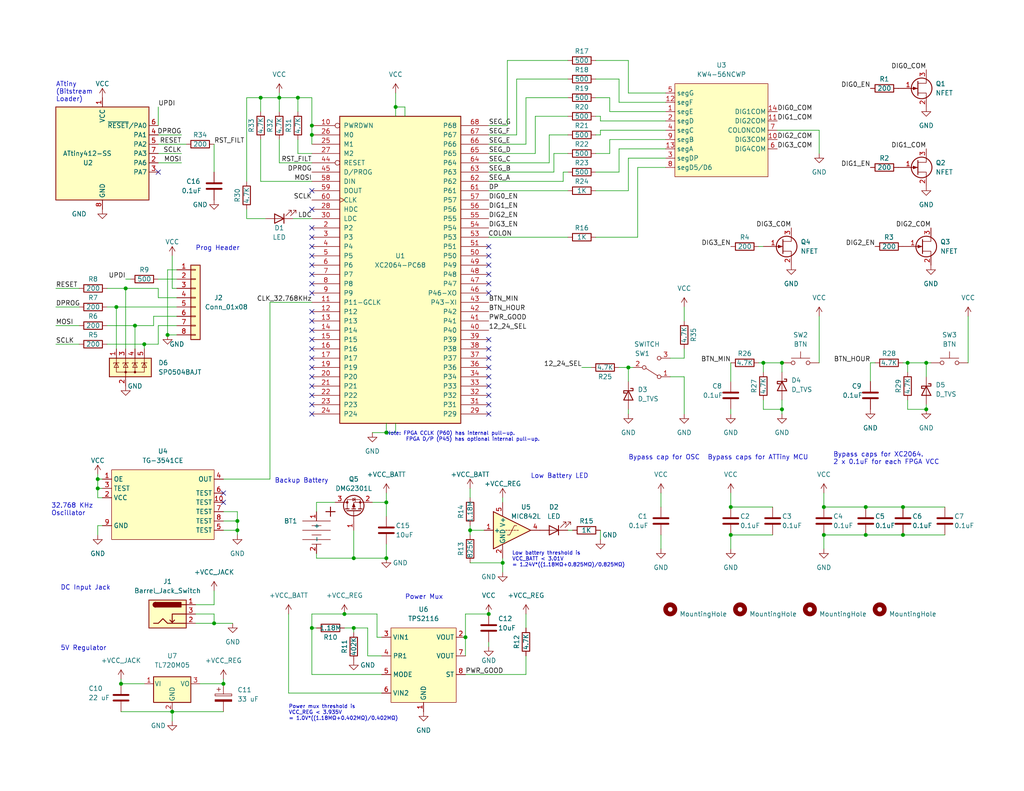
<source format=kicad_sch>
(kicad_sch (version 20211123) (generator eeschema)
  (paper "USLetter")
  (title_block (title "monke"))
  (junction (at 64.77 144.78))
  (junction (at 33.02 186.69))
  (junction (at 26.67 133.35))
  (junction (at 252.73 111.76))
  (junction (at 76.2 26.67))
  (junction (at 26.67 130.81))
  (junction (at 199.39 146.05))
  (junction (at 71.12 26.67))
  (junction (at 64.77 142.24))
  (junction (at 93.98 167.64))
  (junction (at 247.65 99.06))
  (junction (at 236.22 146.05))
  (junction (at 107.95 29.21))
  (junction (at 45.72 91.44))
  (junction (at 208.28 99.06))
  (junction (at 96.52 152.4))
  (junction (at 96.52 171.45))
  (junction (at 39.37 93.98))
  (junction (at 137.16 153.67))
  (junction (at 58.42 170.18))
  (junction (at 127 173.99))
  (junction (at 34.29 78.74))
  (junction (at 199.39 138.43))
  (junction (at 85.09 36.83))
  (junction (at 105.41 137.16))
  (junction (at 224.79 138.43))
  (junction (at 133.35 167.64))
  (junction (at 224.79 146.05))
  (junction (at 213.36 111.76))
  (junction (at 81.28 26.67))
  (junction (at 128.27 144.78))
  (junction (at 252.73 99.06))
  (junction (at 85.09 171.45))
  (junction (at 236.22 138.43))
  (junction (at 36.83 88.9))
  (junction (at 105.41 152.4))
  (junction (at 31.75 83.82))
  (junction (at 85.09 34.29))
  (junction (at 171.45 100.33))
  (junction (at 105.41 118.11))
  (junction (at 246.38 146.05))
  (junction (at 60.96 186.69))
  (junction (at 46.99 194.31))
  (junction (at 246.38 138.43))
  (junction (at 213.36 99.06))
  (no_connect (at 133.35 67.31))
  (no_connect (at 133.35 110.49))
  (no_connect (at 85.09 97.79))
  (no_connect (at 133.35 77.47))
  (no_connect (at 85.09 85.09))
  (no_connect (at 85.09 100.33))
  (no_connect (at 133.35 92.71))
  (no_connect (at 133.35 100.33))
  (no_connect (at 133.35 97.79))
  (no_connect (at 85.09 87.63))
  (no_connect (at 133.35 72.39))
  (no_connect (at 85.09 64.77))
  (no_connect (at 133.35 105.41))
  (no_connect (at 133.35 74.93))
  (no_connect (at 133.35 80.01))
  (no_connect (at 85.09 102.87))
  (no_connect (at 85.09 113.03))
  (no_connect (at 43.18 46.99))
  (no_connect (at 85.09 77.47))
  (no_connect (at 133.35 102.87))
  (no_connect (at 85.09 90.17))
  (no_connect (at 85.09 62.23))
  (no_connect (at 60.96 137.16))
  (no_connect (at 85.09 80.01))
  (no_connect (at 85.09 52.07))
  (no_connect (at 85.09 95.25))
  (no_connect (at 85.09 67.31))
  (no_connect (at 60.96 134.62))
  (no_connect (at 133.35 113.03))
  (no_connect (at 85.09 110.49))
  (no_connect (at 133.35 95.25))
  (no_connect (at 85.09 57.15))
  (no_connect (at 85.09 92.71))
  (no_connect (at 85.09 72.39))
  (no_connect (at 133.35 107.95))
  (no_connect (at 133.35 69.85))
  (no_connect (at 85.09 105.41))
  (no_connect (at 85.09 74.93))
  (no_connect (at 85.09 107.95))
  (no_connect (at 85.09 69.85))
  (wire (pts (xy 86.36 151.13) (xy 86.36 152.4)))
  (wire (pts (xy 105.41 118.11) (xy 107.95 118.11)))
  (wire (pts (xy 171.45 43.18) (xy 181.61 43.18)))
  (wire (pts (xy 168.91 27.94) (xy 181.61 27.94)))
  (wire (pts (xy 85.09 184.15) (xy 104.14 184.15)))
  (wire (pts (xy 34.29 76.2) (xy 35.56 76.2)))
  (wire (pts (xy 173.99 64.77) (xy 173.99 45.72)))
  (wire (pts (xy 168.91 100.33) (xy 171.45 100.33)))
  (wire (pts (xy 162.56 16.51) (xy 171.45 16.51)))
  (wire (pts (xy 199.39 134.62) (xy 199.39 138.43)))
  (wire (pts (xy 166.37 38.1) (xy 181.61 38.1)))
  (wire (pts (xy 46.99 194.31) (xy 60.96 194.31)))
  (wire (pts (xy 105.41 118.11) (xy 101.6 118.11)))
  (wire (pts (xy 210.82 138.43) (xy 199.39 138.43)))
  (wire (pts (xy 182.88 97.79) (xy 186.69 97.79)))
  (wire (pts (xy 46.99 196.85) (xy 46.99 194.31)))
  (wire (pts (xy 151.13 46.99) (xy 151.13 41.91)))
  (wire (pts (xy 107.95 118.11) (xy 107.95 115.57)))
  (wire (pts (xy 26.67 133.35) (xy 26.67 135.89)))
  (wire (pts (xy 223.52 86.36) (xy 223.52 99.06)))
  (wire (pts (xy 173.99 45.72) (xy 181.61 45.72)))
  (wire (pts (xy 162.56 52.07) (xy 171.45 52.07)))
  (wire (pts (xy 208.28 99.06) (xy 213.36 99.06)))
  (wire (pts (xy 162.56 41.91) (xy 166.37 41.91)))
  (wire (pts (xy 78.74 189.23) (xy 104.14 189.23)))
  (wire (pts (xy 86.36 137.16) (xy 86.36 139.7)))
  (wire (pts (xy 213.36 113.03) (xy 213.36 111.76)))
  (wire (pts (xy 128.27 144.78) (xy 128.27 146.05)))
  (wire (pts (xy 180.34 146.05) (xy 180.34 149.86)))
  (wire (pts (xy 171.45 111.76) (xy 171.45 113.03)))
  (wire (pts (xy 49.53 36.83) (xy 43.18 36.83)))
  (wire (pts (xy 76.2 25.4) (xy 76.2 26.67)))
  (wire (pts (xy 213.36 109.22) (xy 213.36 111.76)))
  (wire (pts (xy 54.61 186.69) (xy 60.96 186.69)))
  (wire (pts (xy 34.29 78.74) (xy 34.29 95.25)))
  (wire (pts (xy 140.97 36.83) (xy 140.97 21.59)))
  (wire (pts (xy 137.16 135.89) (xy 137.16 137.16)))
  (wire (pts (xy 162.56 26.67) (xy 166.37 26.67)))
  (wire (pts (xy 149.86 44.45) (xy 149.86 36.83)))
  (wire (pts (xy 60.96 144.78) (xy 64.77 144.78)))
  (wire (pts (xy 96.52 144.78) (xy 96.52 152.4)))
  (wire (pts (xy 186.69 83.82) (xy 186.69 87.63)))
  (wire (pts (xy 127 173.99) (xy 127 179.07)))
  (wire (pts (xy 60.96 130.81) (xy 73.66 130.81)))
  (wire (pts (xy 237.49 104.14) (xy 237.49 99.06)))
  (wire (pts (xy 151.13 41.91) (xy 154.94 41.91)))
  (wire (pts (xy 107.95 29.21) (xy 110.49 29.21)))
  (wire (pts (xy 163.83 144.78) (xy 163.83 147.32)))
  (wire (pts (xy 168.91 21.59) (xy 168.91 27.94)))
  (wire (pts (xy 199.39 113.03) (xy 199.39 111.76)))
  (wire (pts (xy 146.05 31.75) (xy 154.94 31.75)))
  (wire (pts (xy 85.09 167.64) (xy 85.09 171.45)))
  (wire (pts (xy 39.37 93.98) (xy 43.18 93.98)))
  (wire (pts (xy 128.27 144.78) (xy 132.08 144.78)))
  (wire (pts (xy 166.37 30.48) (xy 181.61 30.48)))
  (wire (pts (xy 207.01 99.06) (xy 208.28 99.06)))
  (wire (pts (xy 133.35 176.53) (xy 133.35 175.26)))
  (wire (pts (xy 186.69 102.87) (xy 186.69 113.03)))
  (wire (pts (xy 43.18 81.28) (xy 48.26 81.28)))
  (wire (pts (xy 73.66 82.55) (xy 85.09 82.55)))
  (wire (pts (xy 246.38 138.43) (xy 257.81 138.43)))
  (wire (pts (xy 81.28 26.67) (xy 81.28 30.48)))
  (wire (pts (xy 53.34 165.1) (xy 58.42 165.1)))
  (wire (pts (xy 105.41 137.16) (xy 105.41 140.97)))
  (wire (pts (xy 29.21 83.82) (xy 31.75 83.82)))
  (wire (pts (xy 85.09 167.64) (xy 93.98 167.64)))
  (wire (pts (xy 171.45 16.51) (xy 171.45 25.4)))
  (wire (pts (xy 133.35 49.53) (xy 153.67 49.53)))
  (wire (pts (xy 208.28 111.76) (xy 213.36 111.76)))
  (wire (pts (xy 107.95 29.21) (xy 107.95 31.75)))
  (wire (pts (xy 133.35 44.45) (xy 149.86 44.45)))
  (wire (pts (xy 85.09 26.67) (xy 85.09 34.29)))
  (wire (pts (xy 133.35 46.99) (xy 151.13 46.99)))
  (wire (pts (xy 105.41 134.62) (xy 105.41 137.16)))
  (wire (pts (xy 80.01 59.69) (xy 85.09 59.69)))
  (wire (pts (xy 208.28 67.31) (xy 207.01 67.31)))
  (wire (pts (xy 46.99 69.85) (xy 46.99 78.74)))
  (wire (pts (xy 180.34 134.62) (xy 180.34 138.43)))
  (wire (pts (xy 64.77 139.7) (xy 64.77 142.24)))
  (wire (pts (xy 171.45 25.4) (xy 181.61 25.4)))
  (wire (pts (xy 110.49 29.21) (xy 110.49 31.75)))
  (wire (pts (xy 58.42 167.64) (xy 58.42 170.18)))
  (wire (pts (xy 64.77 144.78) (xy 64.77 146.05)))
  (wire (pts (xy 138.43 16.51) (xy 154.94 16.51)))
  (wire (pts (xy 86.36 171.45) (xy 85.09 171.45)))
  (wire (pts (xy 15.24 93.98) (xy 21.59 93.98)))
  (wire (pts (xy 186.69 95.25) (xy 186.69 97.79)))
  (wire (pts (xy 247.65 99.06) (xy 247.65 101.6)))
  (wire (pts (xy 64.77 142.24) (xy 64.77 144.78)))
  (wire (pts (xy 29.21 78.74) (xy 34.29 78.74)))
  (wire (pts (xy 223.52 35.56) (xy 223.52 41.91)))
  (wire (pts (xy 67.31 26.67) (xy 71.12 26.67)))
  (wire (pts (xy 162.56 46.99) (xy 168.91 46.99)))
  (wire (pts (xy 137.16 153.67) (xy 137.16 152.4)))
  (wire (pts (xy 252.73 102.87) (xy 252.73 99.06)))
  (wire (pts (xy 128.27 153.67) (xy 137.16 153.67)))
  (wire (pts (xy 71.12 26.67) (xy 76.2 26.67)))
  (wire (pts (xy 96.52 172.72) (xy 96.52 171.45)))
  (wire (pts (xy 168.91 40.64) (xy 181.61 40.64)))
  (wire (pts (xy 212.09 35.56) (xy 223.52 35.56)))
  (wire (pts (xy 210.82 146.05) (xy 199.39 146.05)))
  (wire (pts (xy 163.83 31.75) (xy 163.83 33.02)))
  (wire (pts (xy 140.97 21.59) (xy 154.94 21.59)))
  (wire (pts (xy 76.2 38.1) (xy 76.2 44.45)))
  (wire (pts (xy 246.38 99.06) (xy 247.65 99.06)))
  (wire (pts (xy 67.31 57.15) (xy 67.31 59.69)))
  (wire (pts (xy 171.45 52.07) (xy 171.45 43.18)))
  (wire (pts (xy 43.18 29.21) (xy 43.18 34.29)))
  (wire (pts (xy 100.33 179.07) (xy 104.14 179.07)))
  (wire (pts (xy 15.24 78.74) (xy 21.59 78.74)))
  (wire (pts (xy 81.28 26.67) (xy 85.09 26.67)))
  (wire (pts (xy 71.12 49.53) (xy 85.09 49.53)))
  (wire (pts (xy 31.75 83.82) (xy 48.26 83.82)))
  (wire (pts (xy 29.21 88.9) (xy 36.83 88.9)))
  (wire (pts (xy 236.22 138.43) (xy 246.38 138.43)))
  (wire (pts (xy 26.67 133.35) (xy 27.94 133.35)))
  (wire (pts (xy 78.74 167.64) (xy 78.74 189.23)))
  (wire (pts (xy 182.88 102.87) (xy 186.69 102.87)))
  (wire (pts (xy 26.67 130.81) (xy 26.67 133.35)))
  (wire (pts (xy 45.72 73.66) (xy 45.72 91.44)))
  (wire (pts (xy 247.65 109.22) (xy 247.65 111.76)))
  (wire (pts (xy 41.91 86.36) (xy 48.26 86.36)))
  (wire (pts (xy 247.65 99.06) (xy 252.73 99.06)))
  (wire (pts (xy 36.83 88.9) (xy 36.83 95.25)))
  (wire (pts (xy 33.02 185.42) (xy 33.02 186.69)))
  (wire (pts (xy 162.56 21.59) (xy 168.91 21.59)))
  (wire (pts (xy 133.35 41.91) (xy 146.05 41.91)))
  (wire (pts (xy 100.33 179.07) (xy 100.33 171.45)))
  (wire (pts (xy 81.28 41.91) (xy 85.09 41.91)))
  (wire (pts (xy 208.28 99.06) (xy 208.28 101.6)))
  (wire (pts (xy 127 167.64) (xy 133.35 167.64)))
  (wire (pts (xy 138.43 34.29) (xy 138.43 16.51)))
  (wire (pts (xy 60.96 185.42) (xy 60.96 186.69)))
  (wire (pts (xy 33.02 186.69) (xy 39.37 186.69)))
  (wire (pts (xy 171.45 100.33) (xy 171.45 104.14)))
  (wire (pts (xy 128.27 143.51) (xy 128.27 144.78)))
  (wire (pts (xy 208.28 109.22) (xy 208.28 111.76)))
  (wire (pts (xy 127 167.64) (xy 127 173.99)))
  (wire (pts (xy 146.05 41.91) (xy 146.05 31.75)))
  (wire (pts (xy 63.5 170.18) (xy 58.42 170.18)))
  (wire (pts (xy 33.02 194.31) (xy 46.99 194.31)))
  (wire (pts (xy 76.2 26.67) (xy 81.28 26.67)))
  (wire (pts (xy 133.35 34.29) (xy 138.43 34.29)))
  (wire (pts (xy 29.21 93.98) (xy 39.37 93.98)))
  (wire (pts (xy 143.51 184.15) (xy 143.51 179.07)))
  (wire (pts (xy 143.51 39.37) (xy 143.51 26.67)))
  (wire (pts (xy 224.79 146.05) (xy 236.22 146.05)))
  (wire (pts (xy 26.67 129.54) (xy 26.67 130.81)))
  (wire (pts (xy 71.12 38.1) (xy 71.12 49.53)))
  (wire (pts (xy 101.6 137.16) (xy 105.41 137.16)))
  (wire (pts (xy 43.18 76.2) (xy 48.26 76.2)))
  (wire (pts (xy 162.56 31.75) (xy 163.83 31.75)))
  (wire (pts (xy 58.42 161.29) (xy 58.42 165.1)))
  (wire (pts (xy 252.73 110.49) (xy 252.73 111.76)))
  (wire (pts (xy 67.31 26.67) (xy 67.31 49.53)))
  (wire (pts (xy 213.36 99.06) (xy 213.36 101.6)))
  (wire (pts (xy 166.37 41.91) (xy 166.37 38.1)))
  (wire (pts (xy 158.75 100.33) (xy 161.29 100.33)))
  (wire (pts (xy 143.51 26.67) (xy 154.94 26.67)))
  (wire (pts (xy 26.67 130.81) (xy 27.94 130.81)))
  (wire (pts (xy 48.26 78.74) (xy 46.99 78.74)))
  (wire (pts (xy 34.29 78.74) (xy 43.18 78.74)))
  (wire (pts (xy 133.35 39.37) (xy 143.51 39.37)))
  (wire (pts (xy 96.52 152.4) (xy 105.41 152.4)))
  (wire (pts (xy 133.35 52.07) (xy 154.94 52.07)))
  (wire (pts (xy 154.94 144.78) (xy 156.21 144.78)))
  (wire (pts (xy 60.96 142.24) (xy 64.77 142.24)))
  (wire (pts (xy 153.67 49.53) (xy 153.67 46.99)))
  (wire (pts (xy 224.79 146.05) (xy 224.79 149.86)))
  (wire (pts (xy 153.67 46.99) (xy 154.94 46.99)))
  (wire (pts (xy 49.53 44.45) (xy 43.18 44.45)))
  (wire (pts (xy 102.87 173.99) (xy 102.87 167.64)))
  (wire (pts (xy 39.37 93.98) (xy 39.37 95.25)))
  (wire (pts (xy 107.95 25.4) (xy 107.95 29.21)))
  (wire (pts (xy 246.38 146.05) (xy 257.81 146.05)))
  (wire (pts (xy 128.27 133.35) (xy 128.27 135.89)))
  (wire (pts (xy 73.66 82.55) (xy 73.66 130.81)))
  (wire (pts (xy 81.28 38.1) (xy 81.28 41.91)))
  (wire (pts (xy 15.24 83.82) (xy 21.59 83.82)))
  (wire (pts (xy 85.09 34.29) (xy 85.09 36.83)))
  (wire (pts (xy 48.26 73.66) (xy 45.72 73.66)))
  (wire (pts (xy 71.12 26.67) (xy 71.12 30.48)))
  (wire (pts (xy 15.24 88.9) (xy 21.59 88.9)))
  (wire (pts (xy 45.72 91.44) (xy 48.26 91.44)))
  (wire (pts (xy 102.87 173.99) (xy 104.14 173.99)))
  (wire (pts (xy 162.56 64.77) (xy 173.99 64.77)))
  (wire (pts (xy 163.83 36.83) (xy 163.83 35.56)))
  (wire (pts (xy 26.67 135.89) (xy 27.94 135.89)))
  (wire (pts (xy 171.45 100.33) (xy 172.72 100.33)))
  (wire (pts (xy 76.2 26.67) (xy 76.2 30.48)))
  (wire (pts (xy 252.73 99.06) (xy 254 99.06)))
  (wire (pts (xy 137.16 156.21) (xy 137.16 153.67)))
  (wire (pts (xy 58.42 39.37) (xy 58.42 46.99)))
  (wire (pts (xy 166.37 26.67) (xy 166.37 30.48)))
  (wire (pts (xy 102.87 167.64) (xy 93.98 167.64)))
  (wire (pts (xy 100.33 171.45) (xy 96.52 171.45)))
  (wire (pts (xy 67.31 59.69) (xy 72.39 59.69)))
  (wire (pts (xy 149.86 36.83) (xy 154.94 36.83)))
  (wire (pts (xy 127 184.15) (xy 143.51 184.15)))
  (wire (pts (xy 224.79 134.62) (xy 224.79 138.43)))
  (wire (pts (xy 26.67 143.51) (xy 27.94 143.51)))
  (wire (pts (xy 199.39 146.05) (xy 199.39 149.86)))
  (wire (pts (xy 53.34 167.64) (xy 58.42 167.64)))
  (wire (pts (xy 237.49 99.06) (xy 238.76 99.06)))
  (wire (pts (xy 31.75 83.82) (xy 31.75 95.25)))
  (wire (pts (xy 163.83 33.02) (xy 181.61 33.02)))
  (wire (pts (xy 199.39 99.06) (xy 199.39 104.14)))
  (wire (pts (xy 26.67 143.51) (xy 26.67 146.05)))
  (wire (pts (xy 105.41 152.4) (xy 105.41 148.59)))
  (wire (pts (xy 162.56 36.83) (xy 163.83 36.83)))
  (wire (pts (xy 60.96 139.7) (xy 64.77 139.7)))
  (wire (pts (xy 41.91 88.9) (xy 41.91 86.36)))
  (wire (pts (xy 85.09 36.83) (xy 85.09 39.37)))
  (wire (pts (xy 133.35 36.83) (xy 140.97 36.83)))
  (wire (pts (xy 43.18 88.9) (xy 48.26 88.9)))
  (wire (pts (xy 36.83 88.9) (xy 41.91 88.9)))
  (wire (pts (xy 93.98 171.45) (xy 96.52 171.45)))
  (wire (pts (xy 43.18 78.74) (xy 43.18 81.28)))
  (wire (pts (xy 247.65 111.76) (xy 252.73 111.76)))
  (wire (pts (xy 50.8 39.37) (xy 43.18 39.37)))
  (wire (pts (xy 76.2 44.45) (xy 85.09 44.45)))
  (wire (pts (xy 143.51 167.64) (xy 143.51 171.45)))
  (wire (pts (xy 224.79 138.43) (xy 236.22 138.43)))
  (wire (pts (xy 86.36 152.4) (xy 96.52 152.4)))
  (wire (pts (xy 133.35 64.77) (xy 154.94 64.77)))
  (wire (pts (xy 163.83 35.56) (xy 181.61 35.56)))
  (wire (pts (xy 49.53 41.91) (xy 43.18 41.91)))
  (wire (pts (xy 43.18 93.98) (xy 43.18 88.9)))
  (wire (pts (xy 236.22 146.05) (xy 246.38 146.05)))
  (wire (pts (xy 264.16 86.36) (xy 264.16 99.06)))
  (wire (pts (xy 53.34 170.18) (xy 58.42 170.18)))
  (wire (pts (xy 105.41 115.57) (xy 105.41 118.11)))
  (wire (pts (xy 85.09 171.45) (xy 85.09 184.15)))
  (wire (pts (xy 86.36 137.16) (xy 91.44 137.16)))
  (wire (pts (xy 168.91 46.99) (xy 168.91 40.64)))
  (text "Bypass caps for XC2064.\n2 x 0.1uF for each FPGA VCC" (at 227.33 127 0) (effects (font (size 1.27 1.27)) (justify left bottom)))
  (text "DC Input Jack" (at 16.51 161.29 0) (effects (font (size 1.27 1.27)) (justify left bottom)))
  (text "Power Mux" (at 110.49 163.83 0) (effects (font (size 1.27 1.27)) (justify left bottom)))
  (text "Note: FPGA CCLK (P60) has internal pull-up. \n	  FPGA D/P (P45) has optional internal pull-up." (at 105.41 120.65 0) (effects (font (size 1 1)) (justify left bottom)))
  (text "Bypass caps for ATTiny MCU" (at 193.04 125.73 0) (effects (font (size 1.27 1.27)) (justify left bottom)))
  (text "Power mux threshold is \nVCC_REG < 3.935V \n= 1.0V*((1.18MΩ+0.402MΩ)/0.402MΩ)" (at 78.74 196.85 0) (effects (font (size 1 1)) (justify left bottom)))
  (text "ATtiny \n(Bitstream \nLoader)" (at 15.24 27.94 0) (effects (font (size 1.27 1.27)) (justify left bottom)))
  (text "Backup Battery" (at 74.93 132.08 0) (effects (font (size 1.27 1.27)) (justify left bottom)))
  (text "5V Regulator" (at 16.51 177.8 0) (effects (font (size 1.27 1.27)) (justify left bottom)))
  (text "Low Battery LED" (at 144.78 130.81 0) (effects (font (size 1.27 1.27)) (justify left bottom)))
  (text "Prog Header\n" (at 53.34 68.58 0) (effects (font (size 1.27 1.27)) (justify left bottom)))
  (text "Low battery threshold is\nVCC_BATT < 3.01V \n= 1.24V*((1.18MΩ+0.825MΩ)/0.825MΩ)" (at 139.7 154.94 0) (effects (font (size 1 1)) (justify left bottom)))
  (text "Bypass cap for OSC" (at 171.45 125.73 0) (effects (font (size 1.27 1.27)) (justify left bottom)))
  (text "32.768 KHz\nOscillator" (at 13.97 140.97 0) (effects (font (size 1.27 1.27)) (justify left bottom)))
  (label "DIG3_EN" (at 199.39 67.31 180))
  (label "SCLK" (at 85.09 54.61 180))
  (label "PWR_GOOD" (at 127 184.15 0))
  (label "UPDI" (at 43.18 29.21 0))
  (label "DIG1_EN" (at 133.35 57.15 0))
  (label "SEG_G" (at 133.35 34.29 0))
  (label "DIG2_EN" (at 238.76 67.31 180))
  (label "UPDI" (at 34.29 76.2 180))
  (label "RESET" (at 15.24 78.74 0))
  (label "DIG1_COM" (at 212.09 33.02 0))
  (label "CLK_32.768KHz" (at 85.09 82.55 180))
  (label "RST_FILT" (at 64.77 -7.62 90))
  (label "SEG_E" (at 133.35 39.37 0))
  (label "BTN_MIN" (at 133.35 82.55 0))
  (label "COLON" (at 139.7 64.77 180))
  (label "DPROG" (at 85.09 46.99 180))
  (label "DPROG" (at 15.24 83.82 0))
  (label "DPROG" (at 49.53 36.83 180))
  (label "DIG2_COM" (at 254 62.23 180))
  (label "DIG0_EN" (at 133.35 54.61 0))
  (label "RST_FILT" (at 85.09 44.45 180))
  (label "PWR_GOOD" (at 133.35 87.63 0))
  (label "SCLK" (at 15.24 93.98 0))
  (label "BTN_HOUR" (at 237.49 99.06 180))
  (label "LDC" (at 85.09 59.69 180))
  (label "12_24_SEL" (at 158.75 100.33 180))
  (label "BTN_MIN" (at 199.39 99.06 180))
  (label "MOSI" (at 15.24 88.9 0))
  (label "SEG_B" (at 133.35 46.99 0))
  (label "DIG3_COM" (at 215.9 62.23 180))
  (label "DIG1_EN" (at 237.49 45.72 180))
  (label "SCLK" (at 49.53 41.91 180))
  (label "DIG3_COM" (at 212.09 40.64 0))
  (label "DIG0_COM" (at 252.73 19.05 180))
  (label "MOSI" (at 49.53 44.45 180))
  (label "DP" (at 133.35 52.07 0))
  (label "RST_FILT" (at 58.42 39.37 0))
  (label "SEG_D" (at 133.35 41.91 0))
  (label "DIG0_EN" (at 237.49 24.13 180))
  (label "DIG3_EN" (at 133.35 62.23 0))
  (label "DIG2_COM" (at 212.09 38.1 0))
  (label "BTN_HOUR" (at 133.35 85.09 0))
  (label "SEG_C" (at 133.35 44.45 0))
  (label "DIG2_EN" (at 133.35 59.69 0))
  (label "SEG_F" (at 133.35 36.83 0))
  (label "RESET" (at 49.53 39.37 180))
  (label "12_24_SEL" (at 133.35 90.17 0))
  (label "DIG0_COM" (at 212.09 30.48 0))
  (label "MOSI" (at 85.09 49.53 180))
  (label "SEG_A" (at 133.35 49.53 0))
  (label "DIG1_COM" (at 252.73 40.64 180))
  (symbol (lib_name "+VCC_BATT_2") (lib_id "excelsior:+VCC_BATT") (at 105.41 134.62 0) (unit 1)
    (property "Reference" "#PWR0132" (effects hide))
    (property "Value" "+VCC_BATT" (at 105.41 129.54 0))
  )
  (symbol (lib_id "Switch:SW_SPDT") (at 177.8 100.33 0) (mirror x) (unit 1)
    (property "Reference" "SW1" (at 175.26 96.52 0))
    (property "Value" "SWITCH" (at 176.53 93.98 0))
    (property "Footprint" "Button_Switch_THT:SW_CuK_OS102011MA1QN1_SPDT_Angled" (effects hide))
  )
  (symbol (lib_id "power:VCC") (at 224.79 134.62 0) (unit 1)
    (property "Reference" "#PWR0143" (effects hide))
    (property "Value" "VCC" (at 224.79 129.54 0))
  )
  (symbol (lib_id "Device:C_Polarized") (at 60.96 190.5 0) (unit 1)
    (property "Reference" "C11" (at 64.77 188.3409 0) (effects (justify left)))
    (property "Value" "33 uF" (at 64.77 190.8809 0) (effects (justify left)))
    (property "Footprint" "Capacitor_Tantalum_SMD:CP_EIA-3528-21_Kemet-B_Pad1.50x2.35mm_HandSolder" (effects hide))
  )
  (symbol (lib_id "power:VCC") (at 27.94 26.67 0) (unit 1)
    (property "Reference" "#PWR0108" (effects hide))
    (property "Value" "VCC" (at 27.94 22.86 0))
  )
  (symbol (lib_id "power:VCC") (at 46.99 69.85 0) (unit 1)
    (property "Reference" "#PWR0106" (effects hide))
    (property "Value" "VCC" (at 46.99 66.04 0))
  )
  (symbol (lib_id "Mechanical:MountingHole") (at 201.93 166.37 0) (unit 1)
    (property "Reference" "H2" (effects hide))
    (property "Value" "MountingHole" (at 204.47 167.6399 0) (effects (justify left)))
    (property "Footprint" "MountingHole:MountingHole_3mm_Pad" (effects hide))
  )
  (symbol (lib_id "Device:R") (at 67.31 53.34 0) (unit 1)
    (property "Reference" "R30" (at 64.77 53.34 90))
    (property "Value" "4.7K" (at 67.31 53.34 90))
    (property "Footprint" "Resistor_SMD:R_0603_1608Metric_Pad0.98x0.95mm_HandSolder" (effects hide))
  )
  (symbol (lib_id "power:GND") (at 101.6 118.11 0) (unit 1)
    (property "Reference" "#PWR0104" (effects hide))
    (property "Value" "GND" (at 101.6 123.19 0))
  )
  (symbol (lib_id "power:GND") (at 186.69 113.03 0) (unit 1)
    (property "Reference" "#PWR0124" (effects hide))
    (property "Value" "GND" (at 186.69 118.11 0))
  )
  (symbol (lib_id "Device:R") (at 158.75 52.07 270) (unit 1)
    (property "Reference" "R24" (at 158.75 49.53 90))
    (property "Value" "1K" (at 158.75 52.07 90))
    (property "Footprint" "Resistor_SMD:R_0603_1608Metric_Pad0.98x0.95mm_HandSolder" (effects hide))
  )
  (symbol (lib_id "Device:R") (at 203.2 67.31 270) (unit 1)
    (property "Reference" "R4" (at 203.2 64.77 90))
    (property "Value" "200" (at 203.2 67.31 90))
    (property "Footprint" "Resistor_SMD:R_0603_1608Metric_Pad0.98x0.95mm_HandSolder" (effects hide))
  )
  (symbol (lib_id "power:GND") (at 46.99 196.85 0) (unit 1)
    (property "Reference" "#PWR0119" (effects hide))
    (property "Value" "GND" (at 43.18 198.12 0))
  )
  (symbol (lib_id "power:GND") (at 27.94 57.15 0) (unit 1)
    (property "Reference" "#PWR0111" (effects hide))
    (property "Value" "GND" (at 21.59 58.42 0))
  )
  (symbol (lib_id "Device:C") (at 199.39 142.24 0) (unit 1)
    (property "Reference" "C2" (at 201.93 140.97 0) (effects (justify left)))
    (property "Value" "0.1uF" (at 201.93 143.51 0) (effects (justify left)))
    (property "Footprint" "Capacitor_SMD:C_0603_1608Metric_Pad1.08x0.95mm_HandSolder" (effects hide))
  )
  (symbol (lib_id "Device:R") (at 54.61 39.37 270) (unit 1)
    (property "Reference" "R34" (at 54.61 36.83 90))
    (property "Value" "200" (at 54.61 39.37 90))
    (property "Footprint" "Resistor_SMD:R_0603_1608Metric_Pad0.98x0.95mm_HandSolder" (effects hide))
  )
  (symbol (lib_id "power:GND") (at 213.36 113.03 0) (unit 1)
    (property "Reference" "#PWR0152" (effects hide))
    (property "Value" "GND" (at 213.36 118.11 0))
  )
  (symbol (lib_id "Device:R") (at 25.4 83.82 90) (unit 1)
    (property "Reference" "R7" (at 25.4 81.28 90))
    (property "Value" "200" (at 25.4 83.82 90))
    (property "Footprint" "Resistor_SMD:R_0603_1608Metric_Pad0.98x0.95mm_HandSolder" (effects hide))
  )
  (symbol (lib_id "Device:R") (at 158.75 41.91 270) (unit 1)
    (property "Reference" "R22" (at 158.75 39.37 90))
    (property "Value" "500" (at 158.75 41.91 90))
    (property "Footprint" "Resistor_SMD:R_0603_1608Metric_Pad0.98x0.95mm_HandSolder" (effects hide))
  )
  (symbol (lib_id "power:VCC") (at 76.2 25.4 0) (unit 1)
    (property "Reference" "#PWR0101" (effects hide))
    (property "Value" "VCC" (at 76.2 20.32 0))
  )
  (symbol (lib_id "Device:R") (at 158.75 21.59 270) (unit 1)
    (property "Reference" "R18" (at 158.75 19.05 90))
    (property "Value" "500" (at 158.75 21.59 90))
    (property "Footprint" "Resistor_SMD:R_0603_1608Metric_Pad0.98x0.95mm_HandSolder" (effects hide))
  )
  (symbol (lib_id "Device:R") (at 25.4 88.9 90) (unit 1)
    (property "Reference" "R6" (at 25.4 86.36 90))
    (property "Value" "200" (at 25.4 88.9 90))
    (property "Footprint" "Resistor_SMD:R_0603_1608Metric_Pad0.98x0.95mm_HandSolder" (effects hide))
  )
  (symbol (lib_id "Device:R") (at 242.57 99.06 270) (unit 1)
    (property "Reference" "R28" (at 242.57 96.52 90))
    (property "Value" "4.7K" (at 242.57 99.06 90))
    (property "Footprint" "Resistor_SMD:R_0603_1608Metric_Pad0.98x0.95mm_HandSolder" (effects hide))
  )
  (symbol (lib_id "Device:C") (at 237.49 107.95 0) (unit 1)
    (property "Reference" "C9" (at 232.41 105.41 0) (effects (justify left)))
    (property "Value" "0.1uF" (at 229.87 107.95 0) (effects (justify left)))
    (property "Footprint" "Capacitor_SMD:C_0603_1608Metric_Pad1.08x0.95mm_HandSolder" (effects hide))
  )
  (symbol (lib_id "power:GND") (at 252.73 29.21 0) (unit 1)
    (property "Reference" "#PWR0127" (effects hide))
    (property "Value" "GND" (at 252.73 34.29 0))
  )
  (symbol (lib_id "power:GND") (at 180.34 149.86 0) (unit 1)
    (property "Reference" "#PWR0116" (effects hide))
    (property "Value" "GND" (at 180.34 154.94 0))
  )
  (symbol (lib_id "Connector_Generic:Conn_01x08") (at 53.34 81.28 0) (unit 1)
    (property "Reference" "J2" (at 58.42 81.28 0) (effects (justify left)))
    (property "Value" "Conn_01x08" (at 55.88 83.82 0) (effects (justify left)))
    (property "Footprint" "Excelsior:PinHeader_1x08_P2.54mm_Vertical" (effects hide))
  )
  (symbol (lib_id "power:GND") (at 64.77 146.05 0) (unit 1)
    (property "Reference" "#PWR0103" (effects hide))
    (property "Value" "GND" (at 64.77 151.13 0))
  )
  (symbol (lib_id "Device:C") (at 33.02 190.5 0) (unit 1)
    (property "Reference" "C10" (at 24.13 187.96 0) (effects (justify left)))
    (property "Value" "22 uF" (at 24.13 190.5 0) (effects (justify left)))
    (property "Footprint" "Capacitor_SMD:C_1206_3216Metric_Pad1.33x1.80mm_HandSolder" (effects hide))
  )
  (symbol (lib_id "power:GND") (at 105.41 152.4 0) (unit 1)
    (property "Reference" "#PWR0137" (effects hide))
    (property "Value" "GND" (at 109.22 153.67 0))
  )
  (symbol (lib_id "Device:C") (at 58.42 50.8 0) (unit 1)
    (property "Reference" "C16" (at 50.8 49.53 0) (effects (justify left)))
    (property "Value" "0.1uF" (at 49.53 52.07 0) (effects (justify left)))
    (property "Footprint" "Capacitor_SMD:C_0603_1608Metric_Pad1.08x0.95mm_HandSolder" (effects hide))
  )
  (symbol (lib_id "power:GND") (at 254 72.39 0) (unit 1)
    (property "Reference" "#PWR0129" (effects hide))
    (property "Value" "GND" (at 254 77.47 0))
  )
  (symbol (lib_id "Mechanical:MountingHole") (at 182.88 166.37 0) (unit 1)
    (property "Reference" "H1" (effects hide))
    (property "Value" "MountingHole" (at 185.42 167.6399 0) (effects (justify left)))
    (property "Footprint" "MountingHole:MountingHole_3mm_Pad" (effects hide))
  )
  (symbol (lib_id "power:GND") (at 63.5 170.18 0) (unit 1)
    (property "Reference" "#PWR0110" (effects hide))
    (property "Value" "GND" (at 63.5 175.26 0))
  )
  (symbol (lib_id "Device:R") (at 128.27 139.7 0) (unit 1)
    (property "Reference" "R14" (at 125.73 139.7 90))
    (property "Value" "1.18M" (at 128.27 139.7 90))
    (property "Footprint" "Resistor_SMD:R_0603_1608Metric_Pad0.98x0.95mm_HandSolder" (effects hide))
  )
  (symbol (lib_id "Device:R") (at 158.75 36.83 270) (unit 1)
    (property "Reference" "R21" (at 158.75 34.29 90))
    (property "Value" "500" (at 158.75 36.83 90))
    (property "Footprint" "Resistor_SMD:R_0603_1608Metric_Pad0.98x0.95mm_HandSolder" (effects hide))
  )
  (symbol (lib_id "Device:R") (at 39.37 76.2 90) (unit 1)
    (property "Reference" "R9" (at 39.37 73.66 90))
    (property "Value" "500" (at 39.37 76.2 90))
    (property "Footprint" "Resistor_SMD:R_0603_1608Metric_Pad0.98x0.95mm_HandSolder" (effects hide))
  )
  (symbol (lib_id "excelsior:+VCC_BATT") (at 128.27 133.35 0) (unit 1)
    (property "Reference" "#PWR0134" (effects hide))
    (property "Value" "+VCC_BATT" (at 128.27 129.54 0))
  )
  (symbol (lib_name "+VCC_REG_1") (lib_id "excelsior:+VCC_REG") (at 60.96 185.42 0) (unit 1)
    (property "Reference" "#PWR0121" (effects hide))
    (property "Value" "+VCC_REG" (at 60.96 180.34 0))
  )
  (symbol (lib_id "Switch:SW_Push") (at 259.08 99.06 0) (unit 1)
    (property "Reference" "SW3" (at 259.08 91.44 0))
    (property "Value" "BTN" (at 259.08 93.98 0))
    (property "Footprint" "Button_Switch_THT:SW_Tactile_SPST_Angled_PTS645Vx58-2LFS" (effects hide))
  )
  (symbol (lib_id "power:GND") (at 163.83 147.32 0) (unit 1)
    (property "Reference" "#PWR0133" (effects hide))
    (property "Value" "GND" (at 166.37 146.05 0))
  )
  (symbol (lib_id "Device:R") (at 158.75 31.75 270) (unit 1)
    (property "Reference" "R20" (at 158.75 29.21 90))
    (property "Value" "500" (at 158.75 31.75 90))
    (property "Footprint" "Resistor_SMD:R_0603_1608Metric_Pad0.98x0.95mm_HandSolder" (effects hide))
  )
  (symbol (lib_id "power:GND") (at 252.73 111.76 0) (unit 1)
    (property "Reference" "#PWR0150" (effects hide))
    (property "Value" "GND" (at 252.73 116.84 0))
  )
  (symbol (lib_id "Device:R") (at 76.2 34.29 0) (unit 1)
    (property "Reference" "R32" (at 73.66 34.29 90))
    (property "Value" "4.7K" (at 76.2 34.29 90))
    (property "Footprint" "Resistor_SMD:R_0603_1608Metric_Pad0.98x0.95mm_HandSolder" (effects hide))
  )
  (symbol (lib_id "Device:LED") (at 151.13 144.78 180) (unit 1)
    (property "Reference" "D2" (at 151.13 138.43 0))
    (property "Value" "LED" (at 151.13 140.97 0))
    (property "Footprint" "Resistor_SMD:R_0603_1608Metric_Pad0.98x0.95mm_HandSolder" (effects hide))
  )
  (symbol (lib_id "excelsior:KW4-56NCWP") (at 196.85 34.29 0) (unit 1)
    (property "Reference" "U3" (at 196.85 17.78 0))
    (property "Value" "KW4-56NCWP" (at 196.85 20.32 0))
    (property "Footprint" "Excelsior:KW4-56NXWB-P-Y" (effects hide))
  )
  (symbol (lib_id "Device:C") (at 236.22 142.24 0) (unit 1)
    (property "Reference" "C5" (at 238.76 140.97 0) (effects (justify left)))
    (property "Value" "0.1uF" (at 238.76 143.51 0) (effects (justify left)))
    (property "Footprint" "Capacitor_SMD:C_0603_1608Metric_Pad1.08x0.95mm_HandSolder" (effects hide))
  )
  (symbol (lib_id "Device:R") (at 241.3 45.72 270) (unit 1)
    (property "Reference" "R2" (at 241.3 43.18 90))
    (property "Value" "200" (at 241.3 45.72 90))
    (property "Footprint" "Resistor_SMD:R_0603_1608Metric_Pad0.98x0.95mm_HandSolder" (effects hide))
  )
  (symbol (lib_id "excelsior:+VCC_REG") (at 137.16 135.89 0) (unit 1)
    (property "Reference" "#PWR0139" (effects hide))
    (property "Value" "+VCC_REG" (at 137.16 132.08 0))
  )
  (symbol (lib_id "excelsior:MIC842L") (at 137.16 144.78 0) (unit 1)
    (property "Reference" "U5" (at 143.51 138.43 0))
    (property "Value" "MIC842L" (at 143.51 140.97 0))
    (property "Footprint" "Package_TO_SOT_SMD:SOT-353_SC-70-5" (effects hide))
    (property "Datasheet" "http://ww1.microchip.com/downloads/en/DeviceDoc/mic845.pdf" (effects hide))
  )
  (symbol (lib_id "Device:C") (at 257.81 142.24 0) (unit 1)
    (property "Reference" "C7" (at 260.35 140.97 0) (effects (justify left)))
    (property "Value" "0.1uF" (at 260.35 143.51 0) (effects (justify left)))
    (property "Footprint" "Capacitor_SMD:C_0603_1608Metric_Pad1.08x0.95mm_HandSolder" (effects hide))
  )
  (symbol (lib_id "power:VCC") (at 180.34 134.62 0) (unit 1)
    (property "Reference" "#PWR0146" (effects hide))
    (property "Value" "VCC" (at 180.34 129.54 0))
  )
  (symbol (lib_id "Diode:1N5818") (at 252.73 106.68 270) (unit 1)
    (property "Reference" "D5" (at 255.27 105.0924 90) (effects (justify left)))
    (property "Value" "D_TVS" (at 255.27 107.6324 90) (effects (justify left)))
    (property "Footprint" "Excelsior:D_SOD-523" (effects hide))
    (property "Datasheet" "http://www.vishay.com/docs/88525/1n5817.pdf" (effects hide))
  )
  (symbol (lib_id "excelsior:Barrel_Jack_Switch") (at 45.72 167.64 0) (unit 1)
    (property "Reference" "J1" (at 45.72 158.75 0))
    (property "Value" "Barrel_Jack_Switch" (at 45.72 161.29 0))
    (property "Footprint" "Excelsior:SMTBarrelJack" (effects hide))
  )
  (symbol (lib_id "Diode:1N5818") (at 171.45 107.95 270) (unit 1)
    (property "Reference" "D3" (at 173.99 106.3624 90) (effects (justify left)))
    (property "Value" "D_TVS" (at 173.99 108.9024 90) (effects (justify left)))
    (property "Footprint" "Excelsior:D_SOD-523" (effects hide))
    (property "Datasheet" "http://www.vishay.com/docs/88525/1n5817.pdf" (effects hide))
  )
  (symbol (lib_name "+VCC_REG_2") (lib_id "excelsior:+VCC_REG") (at 93.98 167.64 0) (unit 1)
    (property "Reference" "#PWR0125" (effects hide))
    (property "Value" "+VCC_REG" (at 93.98 162.56 0))
  )
  (symbol (lib_id "Device:R") (at 242.57 67.31 270) (unit 1)
    (property "Reference" "R3" (at 242.57 64.77 90))
    (property "Value" "200" (at 242.57 67.31 90))
    (property "Footprint" "Resistor_SMD:R_0603_1608Metric_Pad0.98x0.95mm_HandSolder" (effects hide))
  )
  (symbol (lib_id "power:VCC") (at 186.69 83.82 0) (unit 1)
    (property "Reference" "#PWR0142" (effects hide))
    (property "Value" "VCC" (at 186.69 78.74 0))
  )
  (symbol (lib_id "Regulator_Linear:LF15_TO252") (at 46.99 186.69 0) (unit 1)
    (property "Reference" "U7" (at 46.99 179.07 0))
    (property "Value" "TL720M05" (at 46.99 181.61 0))
    (property "Footprint" "Package_TO_SOT_SMD:TO-252-2" (effects hide))
    (property "Datasheet" "http://www.st.com/content/ccc/resource/technical/document/datasheet/c4/0e/7e/2a/be/bc/4c/bd/CD00000546.pdf/files/CD00000546.pdf/jcr:content/translations/en.CD00000546.pdf" (effects hide))
  )
  (symbol (lib_id "Device:C") (at 224.79 142.24 0) (unit 1)
    (property "Reference" "C4" (at 227.33 140.97 0) (effects (justify left)))
    (property "Value" "0.1uF" (at 227.33 143.51 0) (effects (justify left)))
    (property "Footprint" "Capacitor_SMD:C_0603_1608Metric_Pad1.08x0.95mm_HandSolder" (effects hide))
  )
  (symbol (lib_id "Device:R") (at 25.4 93.98 90) (unit 1)
    (property "Reference" "R5" (at 25.4 91.44 90))
    (property "Value" "200" (at 25.4 93.98 90))
    (property "Footprint" "Resistor_SMD:R_0603_1608Metric_Pad0.98x0.95mm_HandSolder" (effects hide))
  )
  (symbol (lib_id "Device:R") (at 96.52 176.53 0) (unit 1)
    (property "Reference" "R11" (at 93.98 176.53 90))
    (property "Value" "402K" (at 96.52 176.53 90))
    (property "Footprint" "Resistor_SMD:R_0603_1608Metric_Pad0.98x0.95mm_HandSolder" (effects hide))
  )
  (symbol (lib_id "Mechanical:MountingHole") (at 240.03 166.37 0) (unit 1)
    (property "Reference" "H4" (effects hide))
    (property "Value" "MountingHole" (at 242.57 167.6399 0) (effects (justify left)))
    (property "Footprint" "MountingHole:MountingHole_3mm_Pad" (effects hide))
  )
  (symbol (lib_id "Device:R") (at 90.17 171.45 90) (unit 1)
    (property "Reference" "R10" (at 90.17 173.99 90))
    (property "Value" "1.18M" (at 90.17 171.45 90))
    (property "Footprint" "Resistor_SMD:R_0603_1608Metric_Pad0.98x0.95mm_HandSolder" (effects hide))
  )
  (symbol (lib_id "Device:C") (at 210.82 142.24 0) (unit 1)
    (property "Reference" "C3" (at 213.36 140.97 0) (effects (justify left)))
    (property "Value" "0.1uF" (at 213.36 143.51 0) (effects (justify left)))
    (property "Footprint" "Capacitor_SMD:C_0603_1608Metric_Pad1.08x0.95mm_HandSolder" (effects hide))
  )
  (symbol (lib_id "Device:R") (at 143.51 175.26 0) (unit 1)
    (property "Reference" "R12" (at 140.97 175.26 90))
    (property "Value" "4.7K" (at 143.51 175.26 90))
    (property "Footprint" "Resistor_SMD:R_0603_1608Metric_Pad0.98x0.95mm_HandSolder" (effects hide))
  )
  (symbol (lib_id "power:GND") (at 96.52 180.34 0) (unit 1)
    (property "Reference" "#PWR0131" (effects hide))
    (property "Value" "GND" (at 100.33 181.61 0))
  )
  (symbol (lib_id "power:GND") (at 133.35 176.53 0) (unit 1)
    (property "Reference" "#PWR0149" (effects hide))
    (property "Value" "GND" (at 133.35 180.34 0))
  )
  (symbol (lib_id "Device:R") (at 158.75 26.67 270) (unit 1)
    (property "Reference" "R19" (at 158.75 24.13 90))
    (property "Value" "500" (at 158.75 26.67 90))
    (property "Footprint" "Resistor_SMD:R_0603_1608Metric_Pad0.98x0.95mm_HandSolder" (effects hide))
  )
  (symbol (lib_id "Device:R") (at 158.75 46.99 270) (unit 1)
    (property "Reference" "R23" (at 158.75 44.45 90))
    (property "Value" "500" (at 158.75 46.99 90))
    (property "Footprint" "Resistor_SMD:R_0603_1608Metric_Pad0.98x0.95mm_HandSolder" (effects hide))
  )
  (symbol (lib_id "power:VCC") (at 199.39 134.62 0) (unit 1)
    (property "Reference" "#PWR0144" (effects hide))
    (property "Value" "VCC" (at 199.39 129.54 0))
  )
  (symbol (lib_id "Device:R") (at 186.69 91.44 180) (unit 1)
    (property "Reference" "R35" (at 189.23 91.44 90))
    (property "Value" "4.7K" (at 186.69 91.44 90))
    (property "Footprint" "Resistor_SMD:R_0603_1608Metric_Pad0.98x0.95mm_HandSolder" (effects hide))
  )
  (symbol (lib_id "power:GND") (at 58.42 54.61 0) (unit 1)
    (property "Reference" "#PWR0140" (effects hide))
    (property "Value" "GND" (at 54.61 55.88 0))
  )
  (symbol (lib_name "+VCC_BATT_1") (lib_id "excelsior:+VCC_BATT") (at 78.74 167.64 0) (unit 1)
    (property "Reference" "#PWR0112" (effects hide))
    (property "Value" "+VCC_BATT" (at 78.74 162.56 0))
  )
  (symbol (lib_id "Diode:1N5818") (at 213.36 105.41 270) (unit 1)
    (property "Reference" "D4" (at 215.9 103.8224 90) (effects (justify left)))
    (property "Value" "D_TVS" (at 215.9 106.3624 90) (effects (justify left)))
    (property "Footprint" "Excelsior:D_SOD-523" (effects hide))
    (property "Datasheet" "http://www.vishay.com/docs/88525/1n5817.pdf" (effects hide))
  )
  (symbol (lib_id "power:GND") (at 171.45 113.03 0) (unit 1)
    (property "Reference" "#PWR0151" (effects hide))
    (property "Value" "GND" (at 171.45 118.11 0))
  )
  (symbol (lib_id "power:VCC") (at 264.16 86.36 0) (unit 1)
    (property "Reference" "#PWR0120" (effects hide))
    (property "Value" "VCC" (at 264.16 81.28 0))
  )
  (symbol (lib_id "Switch:SW_Push") (at 218.44 99.06 0) (unit 1)
    (property "Reference" "SW2" (at 218.44 91.44 0))
    (property "Value" "BTN" (at 218.44 93.98 0))
    (property "Footprint" "Button_Switch_THT:SW_Tactile_SPST_Angled_PTS645Vx58-2LFS" (effects hide))
  )
  (symbol (lib_id "Power_Protection:SP0504BAJT") (at 34.29 100.33 0) (unit 1)
    (property "Reference" "D6" (at 43.18 99.0599 0) (effects (justify left)))
    (property "Value" "SP0504BAJT" (at 43.18 101.5999 0) (effects (justify left)))
    (property "Footprint" "Package_TO_SOT_SMD:SOT-353_SC-70-5" (effects hide))
    (property "Datasheet" "http://www.littelfuse.com/~/media/files/littelfuse/technical%20resources/documents/data%20sheets/sp05xxba.pdf" (effects hide))
  )
  (symbol (lib_id "Device:C") (at 105.41 144.78 0) (unit 1)
    (property "Reference" "C15" (at 107.95 143.51 0) (effects (justify left)))
    (property "Value" "10uF" (at 107.95 146.05 0) (effects (justify left)))
    (property "Footprint" "Capacitor_SMD:C_0805_2012Metric_Pad1.18x1.45mm_HandSolder" (effects hide))
  )
  (symbol (lib_id "power:VCC") (at 133.35 167.64 0) (unit 1)
    (property "Reference" "#PWR0138" (effects hide))
    (property "Value" "VCC" (at 133.35 162.56 0))
  )
  (symbol (lib_id "Device:C") (at 246.38 142.24 0) (unit 1)
    (property "Reference" "C6" (at 248.92 140.97 0) (effects (justify left)))
    (property "Value" "0.1uF" (at 248.92 143.51 0) (effects (justify left)))
    (property "Footprint" "Capacitor_SMD:C_0603_1608Metric_Pad1.08x0.95mm_HandSolder" (effects hide))
  )
  (symbol (lib_id "power:GND") (at 252.73 50.8 0) (unit 1)
    (property "Reference" "#PWR0128" (effects hide))
    (property "Value" "GND" (at 252.73 55.88 0))
  )
  (symbol (lib_id "Device:R") (at 208.28 105.41 0) (unit 1)
    (property "Reference" "R27" (at 205.74 105.41 90))
    (property "Value" "4.7K" (at 208.28 105.41 90))
    (property "Footprint" "Resistor_SMD:R_0603_1608Metric_Pad0.98x0.95mm_HandSolder" (effects hide))
  )
  (symbol (lib_id "Device:LED") (at 76.2 59.69 180) (unit 1)
    (property "Reference" "D1" (at 76.2 62.23 0))
    (property "Value" "LED" (at 76.2 64.77 0))
    (property "Footprint" "Resistor_SMD:R_0603_1608Metric_Pad0.98x0.95mm_HandSolder" (effects hide))
  )
  (symbol (lib_id "Device:R") (at 71.12 34.29 0) (unit 1)
    (property "Reference" "R33" (at 68.58 34.29 90))
    (property "Value" "4.7K" (at 71.12 34.29 90))
    (property "Footprint" "Resistor_SMD:R_0603_1608Metric_Pad0.98x0.95mm_HandSolder" (effects hide))
  )
  (symbol (lib_id "power:GND") (at 237.49 111.76 0) (unit 1)
    (property "Reference" "#PWR0118" (effects hide))
    (property "Value" "GND" (at 237.49 116.84 0))
  )
  (symbol (lib_id "power:VCC") (at 223.52 86.36 0) (unit 1)
    (property "Reference" "#PWR0117" (effects hide))
    (property "Value" "VCC" (at 223.52 81.28 0))
  )
  (symbol (lib_id "Device:Q_NJFET_GSD") (at 250.19 24.13 0) (unit 1)
    (property "Reference" "Q1" (at 255.27 22.8599 0) (effects (justify left)))
    (property "Value" "NFET" (at 255.27 25.3999 0) (effects (justify left)))
    (property "Footprint" "Package_TO_SOT_SMD:SOT-23" (effects hide))
  )
  (symbol (lib_id "excelsior:TPS2116") (at 115.57 168.91 0) (unit 1)
    (property "Reference" "U6" (at 115.57 166.37 0))
    (property "Value" "TPS2116" (at 115.57 168.91 0))
    (property "Footprint" "Excelsior:SOT5x3" (effects hide))
  )
  (symbol (lib_id "Device:R") (at 158.75 64.77 270) (unit 1)
    (property "Reference" "R16" (at 158.75 62.23 90))
    (property "Value" "1K" (at 158.75 64.77 90))
    (property "Footprint" "Resistor_SMD:R_0603_1608Metric_Pad0.98x0.95mm_HandSolder" (effects hide))
  )
  (symbol (lib_id "Device:R") (at 165.1 100.33 90) (unit 1)
    (property "Reference" "R25" (at 165.1 102.87 90))
    (property "Value" "4.7K" (at 165.1 100.33 90))
    (property "Footprint" "Resistor_SMD:R_0603_1608Metric_Pad0.98x0.95mm_HandSolder" (effects hide))
  )
  (symbol (lib_id "power:GND") (at 115.57 194.31 0) (unit 1)
    (property "Reference" "#PWR0114" (effects hide))
    (property "Value" "GND" (at 115.57 199.39 0))
  )
  (symbol (lib_id "MCU_Microchip_ATtiny:ATtiny412-SS") (at 27.94 41.91 0) (unit 1)
    (property "Reference" "U2" (at 25.4 44.45 0) (effects (justify right)))
    (property "Value" "ATtiny412-SS" (at 30.48 41.91 0) (effects (justify right)))
    (property "Footprint" "Package_SO:SOIC-8_3.9x4.9mm_P1.27mm" (effects hide))
    (property "Datasheet" "http://ww1.microchip.com/downloads/en/DeviceDoc/40001911A.pdf" (effects hide))
  )
  (symbol (lib_id "power:GND") (at 224.79 149.86 0) (unit 1)
    (property "Reference" "#PWR0107" (effects hide))
    (property "Value" "GND" (at 224.79 154.94 0))
  )
  (symbol (lib_id "excelsior:+VCC_JACK") (at 58.42 161.29 0) (unit 1)
    (property "Reference" "#PWR0122" (effects hide))
    (property "Value" "+VCC_JACK" (at 58.42 156.21 0))
  )
  (symbol (lib_id "power:VCC") (at 26.67 129.54 0) (unit 1)
    (property "Reference" "#PWR0113" (effects hide))
    (property "Value" "VCC" (at 26.67 125.73 0))
  )
  (symbol (lib_id "Device:R") (at 241.3 24.13 270) (unit 1)
    (property "Reference" "R1" (at 241.3 21.59 90))
    (property "Value" "200" (at 241.3 24.13 90))
    (property "Footprint" "Resistor_SMD:R_0603_1608Metric_Pad0.98x0.95mm_HandSolder" (effects hide))
  )
  (symbol (lib_id "power:GND") (at 215.9 72.39 0) (unit 1)
    (property "Reference" "#PWR0130" (effects hide))
    (property "Value" "GND" (at 215.9 77.47 0))
  )
  (symbol (lib_id "Device:Q_NJFET_GSD") (at 213.36 67.31 0) (unit 1)
    (property "Reference" "Q4" (at 218.44 66.0399 0) (effects (justify left)))
    (property "Value" "NFET" (at 218.44 68.5799 0) (effects (justify left)))
    (property "Footprint" "Package_TO_SOT_SMD:SOT-23" (effects hide))
  )
  (symbol (lib_id "FPGA_Xilinx:XC2064-PC68") (at 109.22 73.66 0) (unit 1)
    (property "Reference" "U1" (at 109.22 69.85 0))
    (property "Value" "XC2064-PC68" (at 109.22 72.39 0))
    (property "Footprint" "Excelsior:PLCC-68_SMD-Socket_excelsior" (effects hide))
  )
  (symbol (lib_id "Device:R") (at 160.02 144.78 270) (unit 1)
    (property "Reference" "R15" (at 160.02 142.24 90))
    (property "Value" "1K" (at 160.02 144.78 90))
    (property "Footprint" "Resistor_SMD:R_0603_1608Metric_Pad0.98x0.95mm_HandSolder" (effects hide))
  )
  (symbol (lib_id "Device:R") (at 247.65 105.41 0) (unit 1)
    (property "Reference" "R29" (at 245.11 105.41 90))
    (property "Value" "4.7K" (at 247.65 105.41 90))
    (property "Footprint" "Resistor_SMD:R_0603_1608Metric_Pad0.98x0.95mm_HandSolder" (effects hide))
  )
  (symbol (lib_id "power:GND") (at 199.39 113.03 0) (unit 1)
    (property "Reference" "#PWR0123" (effects hide))
    (property "Value" "GND" (at 199.39 118.11 0))
  )
  (symbol (lib_id "Device:Q_NJFET_GSD") (at 251.46 67.31 0) (unit 1)
    (property "Reference" "Q3" (at 256.54 66.0399 0) (effects (justify left)))
    (property "Value" "NFET" (at 256.54 68.5799 0) (effects (justify left)))
    (property "Footprint" "Package_TO_SOT_SMD:SOT-23" (effects hide))
  )
  (symbol (lib_id "Device:R") (at 25.4 78.74 90) (unit 1)
    (property "Reference" "R8" (at 25.4 76.2 90))
    (property "Value" "200" (at 25.4 78.74 90))
    (property "Footprint" "Resistor_SMD:R_0603_1608Metric_Pad0.98x0.95mm_HandSolder" (effects hide))
  )
  (symbol (lib_id "Device:R") (at 128.27 149.86 0) (unit 1)
    (property "Reference" "R13" (at 125.73 149.86 90))
    (property "Value" "825K" (at 128.27 149.86 90))
    (property "Footprint" "Resistor_SMD:R_0603_1608Metric_Pad0.98x0.95mm_HandSolder" (effects hide))
  )
  (symbol (lib_id "power:GND") (at 137.16 156.21 0) (unit 1)
    (property "Reference" "#PWR0135" (effects hide))
    (property "Value" "GND" (at 133.35 157.48 0))
  )
  (symbol (lib_id "Device:R") (at 158.75 16.51 90) (unit 1)
    (property "Reference" "R17" (at 158.75 13.97 90))
    (property "Value" "500" (at 158.75 16.51 90))
    (property "Footprint" "Resistor_SMD:R_0603_1608Metric_Pad0.98x0.95mm_HandSolder" (effects hide))
  )
  (symbol (lib_name "+VCC_JACK_1") (lib_id "excelsior:+VCC_JACK") (at 33.02 185.42 0) (unit 1)
    (property "Reference" "#PWR0115" (effects hide))
    (property "Value" "+VCC_JACK" (at 33.02 180.34 0))
  )
  (symbol (lib_id "Transistor_FET:DMG2301L") (at 96.52 139.7 90) (unit 1)
    (property "Reference" "Q5" (at 96.52 130.81 90))
    (property "Value" "DMG2301L" (at 96.52 133.35 90))
    (property "Footprint" "Package_TO_SOT_SMD:SOT-23" (effects hide))
    (property "Datasheet" "https://www.diodes.com/assets/Datasheets/DMG2301L.pdf" (effects hide))
  )
  (symbol (lib_id "excelsior:TG-3541CE") (at 44.45 137.16 0) (unit 1)
    (property "Reference" "U4" (at 44.45 123.19 0))
    (property "Value" "TG-3541CE" (at 44.45 125.73 0))
    (property "Footprint" "Excelsior:TG-3541CE" (effects hide))
  )
  (symbol (lib_id "Device:Q_NJFET_GSD") (at 250.19 45.72 0) (unit 1)
    (property "Reference" "Q2" (at 255.27 44.4499 0) (effects (justify left)))
    (property "Value" "NFET" (at 255.27 46.9899 0) (effects (justify left)))
    (property "Footprint" "Package_TO_SOT_SMD:SOT-23" (effects hide))
  )
  (symbol (lib_id "Device:C") (at 199.39 107.95 0) (unit 1)
    (property "Reference" "C8" (at 194.31 105.41 0) (effects (justify left)))
    (property "Value" "0.1uF" (at 191.77 107.95 0) (effects (justify left)))
    (property "Footprint" "Capacitor_SMD:C_0603_1608Metric_Pad1.08x0.95mm_HandSolder" (effects hide))
  )
  (symbol (lib_id "Device:C") (at 180.34 142.24 0) (unit 1)
    (property "Reference" "C1" (at 173.99 140.97 0) (effects (justify left)))
    (property "Value" "0.1uF" (at 171.45 143.51 0) (effects (justify left)))
    (property "Footprint" "Capacitor_SMD:C_0603_1608Metric_Pad1.08x0.95mm_HandSolder" (effects hide))
  )
  (symbol (lib_id "Device:R") (at 81.28 34.29 0) (unit 1)
    (property "Reference" "R31" (at 78.74 34.29 90))
    (property "Value" "4.7K" (at 81.28 34.29 90))
    (property "Footprint" "Resistor_SMD:R_0603_1608Metric_Pad0.98x0.95mm_HandSolder" (effects hide))
  )
  (symbol (lib_id "Mechanical:MountingHole") (at 220.98 166.37 0) (unit 1)
    (property "Reference" "H3" (effects hide))
    (property "Value" "MountingHole" (at 223.52 167.6399 0) (effects (justify left)))
    (property "Footprint" "MountingHole:MountingHole_3mm_Pad" (effects hide))
  )
  (symbol (lib_id "excelsior:3PACK_AAA") (at 81.28 143.51 0) (unit 1)
    (property "Reference" "BT1" (at 77.47 142.24 0) (effects (justify left)))
    (property "Value" "3PACK_AAA" (effects hide))
    (property "Footprint" "Excelsior:BatteryHolder_3AAA" (effects hide))
  )
  (symbol (lib_id "power:GND") (at 34.29 105.41 0) (unit 1)
    (property "Reference" "#PWR0136" (effects hide))
    (property "Value" "GND" (at 36.83 105.41 0))
  )
  (symbol (lib_id "power:VCC") (at 107.95 25.4 0) (unit 1)
    (property "Reference" "#PWR0105" (effects hide))
    (property "Value" "VCC" (at 107.95 20.32 0))
  )
  (symbol (lib_id "power:GND") (at 199.39 149.86 0) (unit 1)
    (property "Reference" "#PWR0109" (effects hide))
    (property "Value" "GND" (at 199.39 154.94 0))
  )
  (symbol (lib_id "Device:C") (at 133.35 171.45 0) (unit 1)
    (property "Reference" "C12" (at 135.89 168.91 0) (effects (justify left)))
    (property "Value" "10uF" (at 135.89 171.45 0) (effects (justify left)))
    (property "Footprint" "Capacitor_SMD:C_0805_2012Metric_Pad1.18x1.45mm_HandSolder" (effects hide))
  )
  (symbol (lib_id "power:GND") (at 45.72 91.44 0) (unit 1)
    (property "Reference" "#PWR0148" (effects hide))
    (property "Value" "GND" (at 48.26 93.98 0))
  )
  (symbol (lib_name "+VCC_REG_2") (lib_id "excelsior:+VCC_REG") (at 143.51 167.64 0) (unit 1)
    (property "Reference" "#PWR0141" (effects hide))
    (property "Value" "+VCC_REG" (at 143.51 162.56 0))
  )
  (symbol (lib_id "Device:R") (at 203.2 99.06 270) (unit 1)
    (property "Reference" "R26" (at 203.2 96.52 90))
    (property "Value" "4.7K" (at 203.2 99.06 90))
    (property "Footprint" "Resistor_SMD:R_0603_1608Metric_Pad0.98x0.95mm_HandSolder" (effects hide))
  )
  (symbol (lib_id "power:GND") (at 223.52 41.91 0) (unit 1)
    (property "Reference" "#PWR0126" (effects hide))
    (property "Value" "GND" (at 223.52 46.99 0))
  )
  (symbol (lib_id "power:GND") (at 26.67 146.05 0) (unit 1)
    (property "Reference" "#PWR0102" (effects hide))
    (property "Value" "GND" (at 26.67 151.13 0))
  )
)
</source>
